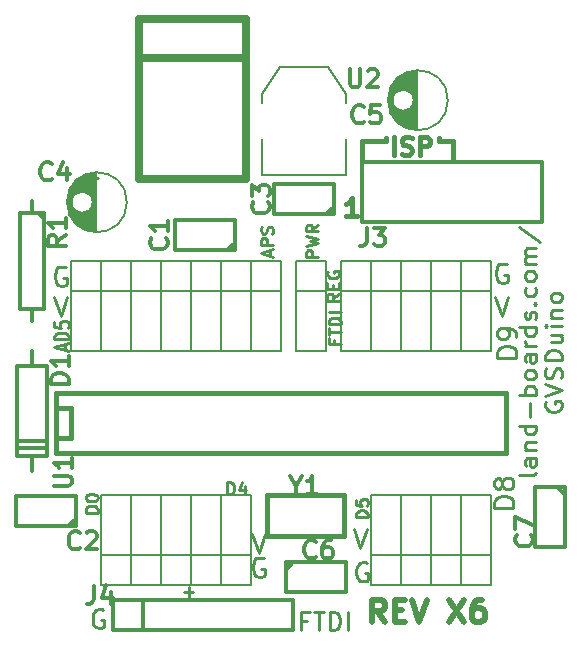
<source format=gto>
G04 #@! TF.FileFunction,Legend,Top*
%FSLAX46Y46*%
G04 Gerber Fmt 4.6, Leading zero omitted, Abs format (unit mm)*
G04 Created by KiCad (PCBNEW (after 2015-mar-04 BZR unknown)-product) date 10/19/2015 1:10:15 PM*
%MOMM*%
G01*
G04 APERTURE LIST*
%ADD10C,0.150000*%
%ADD11C,0.254000*%
%ADD12C,0.381000*%
%ADD13C,0.476250*%
%ADD14C,0.203200*%
%ADD15C,0.304800*%
%ADD16C,0.152400*%
%ADD17C,0.650000*%
G04 APERTURE END LIST*
D10*
D11*
X21157667Y-40121881D02*
X21708000Y-41772881D01*
X22258334Y-40121881D01*
X22140405Y-42232500D02*
X21983167Y-42153881D01*
X21747310Y-42153881D01*
X21511452Y-42232500D01*
X21354214Y-42389738D01*
X21275595Y-42546976D01*
X21196976Y-42861452D01*
X21196976Y-43097310D01*
X21275595Y-43411786D01*
X21354214Y-43569024D01*
X21511452Y-43726262D01*
X21747310Y-43804881D01*
X21904548Y-43804881D01*
X22140405Y-43726262D01*
X22219024Y-43647643D01*
X22219024Y-43097310D01*
X21904548Y-43097310D01*
X4393667Y-20055881D02*
X4944000Y-21706881D01*
X5494334Y-20055881D01*
X5376405Y-17594500D02*
X5219167Y-17515881D01*
X4983310Y-17515881D01*
X4747452Y-17594500D01*
X4590214Y-17751738D01*
X4511595Y-17908976D01*
X4432976Y-18223452D01*
X4432976Y-18459310D01*
X4511595Y-18773786D01*
X4590214Y-18931024D01*
X4747452Y-19088262D01*
X4983310Y-19166881D01*
X5140548Y-19166881D01*
X5376405Y-19088262D01*
X5455024Y-19009643D01*
X5455024Y-18459310D01*
X5140548Y-18459310D01*
X41731667Y-20055881D02*
X42282000Y-21706881D01*
X42832334Y-20055881D01*
X42714405Y-17340500D02*
X42557167Y-17261881D01*
X42321310Y-17261881D01*
X42085452Y-17340500D01*
X41928214Y-17497738D01*
X41849595Y-17654976D01*
X41770976Y-17969452D01*
X41770976Y-18205310D01*
X41849595Y-18519786D01*
X41928214Y-18677024D01*
X42085452Y-18834262D01*
X42321310Y-18912881D01*
X42478548Y-18912881D01*
X42714405Y-18834262D01*
X42793024Y-18755643D01*
X42793024Y-18205310D01*
X42478548Y-18205310D01*
X26748619Y-16721666D02*
X25732619Y-16721666D01*
X25732619Y-16334619D01*
X25781000Y-16237857D01*
X25829381Y-16189476D01*
X25926143Y-16141095D01*
X26071286Y-16141095D01*
X26168048Y-16189476D01*
X26216429Y-16237857D01*
X26264810Y-16334619D01*
X26264810Y-16721666D01*
X25732619Y-15802428D02*
X26748619Y-15560523D01*
X26022905Y-15367000D01*
X26748619Y-15173476D01*
X25732619Y-14931571D01*
X26748619Y-13963952D02*
X26264810Y-14302618D01*
X26748619Y-14544523D02*
X25732619Y-14544523D01*
X25732619Y-14157476D01*
X25781000Y-14060714D01*
X25829381Y-14012333D01*
X25926143Y-13963952D01*
X26071286Y-13963952D01*
X26168048Y-14012333D01*
X26216429Y-14060714D01*
X26264810Y-14157476D01*
X26264810Y-14544523D01*
D12*
X30017429Y-13267429D02*
X29146572Y-13267429D01*
X29582000Y-13267429D02*
X29582000Y-11743429D01*
X29436857Y-11961143D01*
X29291715Y-12106286D01*
X29146572Y-12178857D01*
X32503000Y-6736000D02*
X32503000Y-6672500D01*
X36948000Y-6926500D02*
X36948000Y-6609000D01*
X38154500Y-6926500D02*
X36948000Y-6926500D01*
X38154500Y-8577500D02*
X38154500Y-6926500D01*
X32503000Y-6926500D02*
X32503000Y-6799500D01*
X30471000Y-6926500D02*
X32503000Y-6926500D01*
X30471000Y-8577500D02*
X30471000Y-6926500D01*
D11*
X22639333Y-16605714D02*
X22639333Y-16121905D01*
X22929619Y-16702476D02*
X21913619Y-16363809D01*
X22929619Y-16025143D01*
X22929619Y-15686476D02*
X21913619Y-15686476D01*
X21913619Y-15299429D01*
X21962000Y-15202667D01*
X22010381Y-15154286D01*
X22107143Y-15105905D01*
X22252286Y-15105905D01*
X22349048Y-15154286D01*
X22397429Y-15202667D01*
X22445810Y-15299429D01*
X22445810Y-15686476D01*
X22881238Y-14718857D02*
X22929619Y-14573714D01*
X22929619Y-14331810D01*
X22881238Y-14235048D01*
X22832857Y-14186667D01*
X22736095Y-14138286D01*
X22639333Y-14138286D01*
X22542571Y-14186667D01*
X22494190Y-14235048D01*
X22445810Y-14331810D01*
X22397429Y-14525333D01*
X22349048Y-14622095D01*
X22300667Y-14670476D01*
X22203905Y-14718857D01*
X22107143Y-14718857D01*
X22010381Y-14670476D01*
X21962000Y-14622095D01*
X21913619Y-14525333D01*
X21913619Y-14283429D01*
X21962000Y-14138286D01*
D13*
X32405029Y-47628186D02*
X31770029Y-46721043D01*
X31316457Y-47628186D02*
X31316457Y-45723186D01*
X32042172Y-45723186D01*
X32223600Y-45813900D01*
X32314315Y-45904614D01*
X32405029Y-46086043D01*
X32405029Y-46358186D01*
X32314315Y-46539614D01*
X32223600Y-46630329D01*
X32042172Y-46721043D01*
X31316457Y-46721043D01*
X33221457Y-46630329D02*
X33856457Y-46630329D01*
X34128600Y-47628186D02*
X33221457Y-47628186D01*
X33221457Y-45723186D01*
X34128600Y-45723186D01*
X34672886Y-45723186D02*
X35307886Y-47628186D01*
X35942886Y-45723186D01*
X37847886Y-45723186D02*
X39117886Y-47628186D01*
X39117886Y-45723186D02*
X37847886Y-47628186D01*
X40660029Y-45723186D02*
X40297172Y-45723186D01*
X40115743Y-45813900D01*
X40025029Y-45904614D01*
X39843600Y-46176757D01*
X39752886Y-46539614D01*
X39752886Y-47265329D01*
X39843600Y-47446757D01*
X39934315Y-47537471D01*
X40115743Y-47628186D01*
X40478600Y-47628186D01*
X40660029Y-47537471D01*
X40750743Y-47446757D01*
X40841458Y-47265329D01*
X40841458Y-46811757D01*
X40750743Y-46630329D01*
X40660029Y-46539614D01*
X40478600Y-46448900D01*
X40115743Y-46448900D01*
X39934315Y-46539614D01*
X39843600Y-46630329D01*
X39752886Y-46811757D01*
D12*
X33174286Y-8060429D02*
X33174286Y-6536429D01*
X33827429Y-7987857D02*
X34045143Y-8060429D01*
X34408000Y-8060429D01*
X34553143Y-7987857D01*
X34625714Y-7915286D01*
X34698286Y-7770143D01*
X34698286Y-7625000D01*
X34625714Y-7479857D01*
X34553143Y-7407286D01*
X34408000Y-7334714D01*
X34117714Y-7262143D01*
X33972572Y-7189571D01*
X33900000Y-7117000D01*
X33827429Y-6971857D01*
X33827429Y-6826714D01*
X33900000Y-6681571D01*
X33972572Y-6609000D01*
X34117714Y-6536429D01*
X34480572Y-6536429D01*
X34698286Y-6609000D01*
X35351429Y-8060429D02*
X35351429Y-6536429D01*
X35932001Y-6536429D01*
X36077143Y-6609000D01*
X36149715Y-6681571D01*
X36222286Y-6826714D01*
X36222286Y-7044429D01*
X36149715Y-7189571D01*
X36077143Y-7262143D01*
X35932001Y-7334714D01*
X35351429Y-7334714D01*
D11*
X7350953Y-9983571D02*
X8125048Y-9983571D01*
X7738000Y-10370619D02*
X7738000Y-9596524D01*
X29749667Y-39695881D02*
X30300000Y-41346881D01*
X30850334Y-39695881D01*
X43282881Y-37926595D02*
X41631881Y-37926595D01*
X41631881Y-37533500D01*
X41710500Y-37297642D01*
X41867738Y-37140404D01*
X42024976Y-37061785D01*
X42339452Y-36983166D01*
X42575310Y-36983166D01*
X42889786Y-37061785D01*
X43047024Y-37140404D01*
X43204262Y-37297642D01*
X43282881Y-37533500D01*
X43282881Y-37926595D01*
X42339452Y-36039738D02*
X42260833Y-36196976D01*
X42182214Y-36275595D01*
X42024976Y-36354214D01*
X41946357Y-36354214D01*
X41789119Y-36275595D01*
X41710500Y-36196976D01*
X41631881Y-36039738D01*
X41631881Y-35725261D01*
X41710500Y-35568023D01*
X41789119Y-35489404D01*
X41946357Y-35410785D01*
X42024976Y-35410785D01*
X42182214Y-35489404D01*
X42260833Y-35568023D01*
X42339452Y-35725261D01*
X42339452Y-36039738D01*
X42418071Y-36196976D01*
X42496690Y-36275595D01*
X42653929Y-36354214D01*
X42968405Y-36354214D01*
X43125643Y-36275595D01*
X43204262Y-36196976D01*
X43282881Y-36039738D01*
X43282881Y-35725261D01*
X43204262Y-35568023D01*
X43125643Y-35489404D01*
X42968405Y-35410785D01*
X42653929Y-35410785D01*
X42496690Y-35489404D01*
X42418071Y-35568023D01*
X42339452Y-35725261D01*
X45174576Y-34966285D02*
X45108052Y-35111427D01*
X44975005Y-35183999D01*
X43777576Y-35183999D01*
X45174576Y-33732570D02*
X44442814Y-33732570D01*
X44309767Y-33805141D01*
X44243243Y-33950284D01*
X44243243Y-34240570D01*
X44309767Y-34385713D01*
X45108052Y-33732570D02*
X45174576Y-33877713D01*
X45174576Y-34240570D01*
X45108052Y-34385713D01*
X44975005Y-34458284D01*
X44841957Y-34458284D01*
X44708910Y-34385713D01*
X44642386Y-34240570D01*
X44642386Y-33877713D01*
X44575862Y-33732570D01*
X44243243Y-33006856D02*
X45174576Y-33006856D01*
X44376290Y-33006856D02*
X44309767Y-32934284D01*
X44243243Y-32789142D01*
X44243243Y-32571427D01*
X44309767Y-32426284D01*
X44442814Y-32353713D01*
X45174576Y-32353713D01*
X45174576Y-30974856D02*
X43777576Y-30974856D01*
X45108052Y-30974856D02*
X45174576Y-31119999D01*
X45174576Y-31410285D01*
X45108052Y-31555427D01*
X45041529Y-31627999D01*
X44908481Y-31700570D01*
X44509338Y-31700570D01*
X44376290Y-31627999D01*
X44309767Y-31555427D01*
X44243243Y-31410285D01*
X44243243Y-31119999D01*
X44309767Y-30974856D01*
X44642386Y-30249142D02*
X44642386Y-29087999D01*
X45174576Y-28362285D02*
X43777576Y-28362285D01*
X44309767Y-28362285D02*
X44243243Y-28217142D01*
X44243243Y-27926856D01*
X44309767Y-27781713D01*
X44376290Y-27709142D01*
X44509338Y-27636571D01*
X44908481Y-27636571D01*
X45041529Y-27709142D01*
X45108052Y-27781713D01*
X45174576Y-27926856D01*
X45174576Y-28217142D01*
X45108052Y-28362285D01*
X45174576Y-26765714D02*
X45108052Y-26910856D01*
X45041529Y-26983428D01*
X44908481Y-27055999D01*
X44509338Y-27055999D01*
X44376290Y-26983428D01*
X44309767Y-26910856D01*
X44243243Y-26765714D01*
X44243243Y-26547999D01*
X44309767Y-26402856D01*
X44376290Y-26330285D01*
X44509338Y-26257714D01*
X44908481Y-26257714D01*
X45041529Y-26330285D01*
X45108052Y-26402856D01*
X45174576Y-26547999D01*
X45174576Y-26765714D01*
X45174576Y-24951428D02*
X44442814Y-24951428D01*
X44309767Y-25023999D01*
X44243243Y-25169142D01*
X44243243Y-25459428D01*
X44309767Y-25604571D01*
X45108052Y-24951428D02*
X45174576Y-25096571D01*
X45174576Y-25459428D01*
X45108052Y-25604571D01*
X44975005Y-25677142D01*
X44841957Y-25677142D01*
X44708910Y-25604571D01*
X44642386Y-25459428D01*
X44642386Y-25096571D01*
X44575862Y-24951428D01*
X45174576Y-24225714D02*
X44243243Y-24225714D01*
X44509338Y-24225714D02*
X44376290Y-24153142D01*
X44309767Y-24080571D01*
X44243243Y-23935428D01*
X44243243Y-23790285D01*
X45174576Y-22629142D02*
X43777576Y-22629142D01*
X45108052Y-22629142D02*
X45174576Y-22774285D01*
X45174576Y-23064571D01*
X45108052Y-23209713D01*
X45041529Y-23282285D01*
X44908481Y-23354856D01*
X44509338Y-23354856D01*
X44376290Y-23282285D01*
X44309767Y-23209713D01*
X44243243Y-23064571D01*
X44243243Y-22774285D01*
X44309767Y-22629142D01*
X45108052Y-21975999D02*
X45174576Y-21830856D01*
X45174576Y-21540571D01*
X45108052Y-21395428D01*
X44975005Y-21322856D01*
X44908481Y-21322856D01*
X44775433Y-21395428D01*
X44708910Y-21540571D01*
X44708910Y-21758285D01*
X44642386Y-21903428D01*
X44509338Y-21975999D01*
X44442814Y-21975999D01*
X44309767Y-21903428D01*
X44243243Y-21758285D01*
X44243243Y-21540571D01*
X44309767Y-21395428D01*
X45041529Y-20669714D02*
X45108052Y-20597142D01*
X45174576Y-20669714D01*
X45108052Y-20742285D01*
X45041529Y-20669714D01*
X45174576Y-20669714D01*
X45108052Y-19290857D02*
X45174576Y-19436000D01*
X45174576Y-19726286D01*
X45108052Y-19871428D01*
X45041529Y-19944000D01*
X44908481Y-20016571D01*
X44509338Y-20016571D01*
X44376290Y-19944000D01*
X44309767Y-19871428D01*
X44243243Y-19726286D01*
X44243243Y-19436000D01*
X44309767Y-19290857D01*
X45174576Y-18420000D02*
X45108052Y-18565142D01*
X45041529Y-18637714D01*
X44908481Y-18710285D01*
X44509338Y-18710285D01*
X44376290Y-18637714D01*
X44309767Y-18565142D01*
X44243243Y-18420000D01*
X44243243Y-18202285D01*
X44309767Y-18057142D01*
X44376290Y-17984571D01*
X44509338Y-17912000D01*
X44908481Y-17912000D01*
X45041529Y-17984571D01*
X45108052Y-18057142D01*
X45174576Y-18202285D01*
X45174576Y-18420000D01*
X45174576Y-17258857D02*
X44243243Y-17258857D01*
X44376290Y-17258857D02*
X44309767Y-17186285D01*
X44243243Y-17041143D01*
X44243243Y-16823428D01*
X44309767Y-16678285D01*
X44442814Y-16605714D01*
X45174576Y-16605714D01*
X44442814Y-16605714D02*
X44309767Y-16533143D01*
X44243243Y-16388000D01*
X44243243Y-16170285D01*
X44309767Y-16025143D01*
X44442814Y-15952571D01*
X45174576Y-15952571D01*
X43711052Y-14138285D02*
X45507195Y-15444571D01*
X46053900Y-28942857D02*
X45987376Y-29088000D01*
X45987376Y-29305714D01*
X46053900Y-29523429D01*
X46186948Y-29668571D01*
X46319995Y-29741143D01*
X46586090Y-29813714D01*
X46785662Y-29813714D01*
X47051757Y-29741143D01*
X47184805Y-29668571D01*
X47317852Y-29523429D01*
X47384376Y-29305714D01*
X47384376Y-29160571D01*
X47317852Y-28942857D01*
X47251329Y-28870286D01*
X46785662Y-28870286D01*
X46785662Y-29160571D01*
X45987376Y-28434857D02*
X47384376Y-27926857D01*
X45987376Y-27418857D01*
X47317852Y-26983428D02*
X47384376Y-26765714D01*
X47384376Y-26402857D01*
X47317852Y-26257714D01*
X47251329Y-26185143D01*
X47118281Y-26112571D01*
X46985233Y-26112571D01*
X46852186Y-26185143D01*
X46785662Y-26257714D01*
X46719138Y-26402857D01*
X46652614Y-26693143D01*
X46586090Y-26838285D01*
X46519567Y-26910857D01*
X46386519Y-26983428D01*
X46253471Y-26983428D01*
X46120424Y-26910857D01*
X46053900Y-26838285D01*
X45987376Y-26693143D01*
X45987376Y-26330285D01*
X46053900Y-26112571D01*
X47384376Y-25459428D02*
X45987376Y-25459428D01*
X45987376Y-25096571D01*
X46053900Y-24878856D01*
X46186948Y-24733714D01*
X46319995Y-24661142D01*
X46586090Y-24588571D01*
X46785662Y-24588571D01*
X47051757Y-24661142D01*
X47184805Y-24733714D01*
X47317852Y-24878856D01*
X47384376Y-25096571D01*
X47384376Y-25459428D01*
X46453043Y-23282285D02*
X47384376Y-23282285D01*
X46453043Y-23935428D02*
X47184805Y-23935428D01*
X47317852Y-23862856D01*
X47384376Y-23717714D01*
X47384376Y-23499999D01*
X47317852Y-23354856D01*
X47251329Y-23282285D01*
X47384376Y-22556571D02*
X46453043Y-22556571D01*
X45987376Y-22556571D02*
X46053900Y-22629142D01*
X46120424Y-22556571D01*
X46053900Y-22483999D01*
X45987376Y-22556571D01*
X46120424Y-22556571D01*
X46453043Y-21830857D02*
X47384376Y-21830857D01*
X46586090Y-21830857D02*
X46519567Y-21758285D01*
X46453043Y-21613143D01*
X46453043Y-21395428D01*
X46519567Y-21250285D01*
X46652614Y-21177714D01*
X47384376Y-21177714D01*
X47384376Y-20234286D02*
X47317852Y-20379428D01*
X47251329Y-20452000D01*
X47118281Y-20524571D01*
X46719138Y-20524571D01*
X46586090Y-20452000D01*
X46519567Y-20379428D01*
X46453043Y-20234286D01*
X46453043Y-20016571D01*
X46519567Y-19871428D01*
X46586090Y-19798857D01*
X46719138Y-19726286D01*
X47118281Y-19726286D01*
X47251329Y-19798857D01*
X47317852Y-19871428D01*
X47384376Y-20016571D01*
X47384376Y-20234286D01*
X28121429Y-23724810D02*
X28121429Y-24063476D01*
X28653619Y-24063476D02*
X27637619Y-24063476D01*
X27637619Y-23579667D01*
X27637619Y-23337762D02*
X27637619Y-22757191D01*
X28653619Y-23047476D02*
X27637619Y-23047476D01*
X28653619Y-22418524D02*
X27637619Y-22418524D01*
X27637619Y-22176619D01*
X27686000Y-22031477D01*
X27782762Y-21934715D01*
X27879524Y-21886334D01*
X28073048Y-21837953D01*
X28218190Y-21837953D01*
X28411714Y-21886334D01*
X28508476Y-21934715D01*
X28605238Y-22031477D01*
X28653619Y-22176619D01*
X28653619Y-22418524D01*
X28653619Y-21402524D02*
X27637619Y-21402524D01*
X28526619Y-19830143D02*
X28042810Y-20168809D01*
X28526619Y-20410714D02*
X27510619Y-20410714D01*
X27510619Y-20023667D01*
X27559000Y-19926905D01*
X27607381Y-19878524D01*
X27704143Y-19830143D01*
X27849286Y-19830143D01*
X27946048Y-19878524D01*
X27994429Y-19926905D01*
X28042810Y-20023667D01*
X28042810Y-20410714D01*
X27994429Y-19394714D02*
X27994429Y-19056048D01*
X28526619Y-18910905D02*
X28526619Y-19394714D01*
X27510619Y-19394714D01*
X27510619Y-18910905D01*
X27559000Y-17943286D02*
X27510619Y-18040048D01*
X27510619Y-18185191D01*
X27559000Y-18330333D01*
X27655762Y-18427095D01*
X27752524Y-18475476D01*
X27946048Y-18523857D01*
X28091190Y-18523857D01*
X28284714Y-18475476D01*
X28381476Y-18427095D01*
X28478238Y-18330333D01*
X28526619Y-18185191D01*
X28526619Y-18088429D01*
X28478238Y-17943286D01*
X28429857Y-17894905D01*
X28091190Y-17894905D01*
X28091190Y-18088429D01*
X19062096Y-36781619D02*
X19062096Y-35765619D01*
X19304001Y-35765619D01*
X19449143Y-35814000D01*
X19545905Y-35910762D01*
X19594286Y-36007524D01*
X19642667Y-36201048D01*
X19642667Y-36346190D01*
X19594286Y-36539714D01*
X19545905Y-36636476D01*
X19449143Y-36733238D01*
X19304001Y-36781619D01*
X19062096Y-36781619D01*
X20513524Y-36104286D02*
X20513524Y-36781619D01*
X20271620Y-35717238D02*
X20029715Y-36442952D01*
X20658667Y-36442952D01*
X8563448Y-46626800D02*
X8411067Y-46550610D01*
X8182495Y-46550610D01*
X7953924Y-46626800D01*
X7801543Y-46779181D01*
X7725352Y-46931562D01*
X7649162Y-47236324D01*
X7649162Y-47464895D01*
X7725352Y-47769657D01*
X7801543Y-47922038D01*
X7953924Y-48074419D01*
X8182495Y-48150610D01*
X8334876Y-48150610D01*
X8563448Y-48074419D01*
X8639638Y-47998229D01*
X8639638Y-47464895D01*
X8334876Y-47464895D01*
X30959619Y-38749904D02*
X29943619Y-38749904D01*
X29943619Y-38507999D01*
X29992000Y-38362857D01*
X30088762Y-38266095D01*
X30185524Y-38217714D01*
X30379048Y-38169333D01*
X30524190Y-38169333D01*
X30717714Y-38217714D01*
X30814476Y-38266095D01*
X30911238Y-38362857D01*
X30959619Y-38507999D01*
X30959619Y-38749904D01*
X29943619Y-37250095D02*
X29943619Y-37733904D01*
X30427429Y-37782285D01*
X30379048Y-37733904D01*
X30330667Y-37637142D01*
X30330667Y-37395238D01*
X30379048Y-37298476D01*
X30427429Y-37250095D01*
X30524190Y-37201714D01*
X30766095Y-37201714D01*
X30862857Y-37250095D01*
X30911238Y-37298476D01*
X30959619Y-37395238D01*
X30959619Y-37637142D01*
X30911238Y-37733904D01*
X30862857Y-37782285D01*
X15412953Y-45072571D02*
X16187048Y-45072571D01*
X15800000Y-45459619D02*
X15800000Y-44685524D01*
X30912405Y-42608500D02*
X30755167Y-42529881D01*
X30519310Y-42529881D01*
X30283452Y-42608500D01*
X30126214Y-42765738D01*
X30047595Y-42922976D01*
X29968976Y-43237452D01*
X29968976Y-43473310D01*
X30047595Y-43787786D01*
X30126214Y-43945024D01*
X30283452Y-44102262D01*
X30519310Y-44180881D01*
X30676548Y-44180881D01*
X30912405Y-44102262D01*
X30991024Y-44023643D01*
X30991024Y-43473310D01*
X30676548Y-43473310D01*
X8079619Y-38341904D02*
X7063619Y-38341904D01*
X7063619Y-38099999D01*
X7112000Y-37954857D01*
X7208762Y-37858095D01*
X7305524Y-37809714D01*
X7499048Y-37761333D01*
X7644190Y-37761333D01*
X7837714Y-37809714D01*
X7934476Y-37858095D01*
X8031238Y-37954857D01*
X8079619Y-38099999D01*
X8079619Y-38341904D01*
X7063619Y-37132380D02*
X7063619Y-37035619D01*
X7112000Y-36938857D01*
X7160381Y-36890476D01*
X7257143Y-36842095D01*
X7450667Y-36793714D01*
X7692571Y-36793714D01*
X7886095Y-36842095D01*
X7982857Y-36890476D01*
X8031238Y-36938857D01*
X8079619Y-37035619D01*
X8079619Y-37132380D01*
X8031238Y-37229142D01*
X7982857Y-37277523D01*
X7886095Y-37325904D01*
X7692571Y-37374285D01*
X7450667Y-37374285D01*
X7257143Y-37325904D01*
X7160381Y-37277523D01*
X7112000Y-37229142D01*
X7063619Y-37132380D01*
X43536881Y-25226595D02*
X41885881Y-25226595D01*
X41885881Y-24833500D01*
X41964500Y-24597642D01*
X42121738Y-24440404D01*
X42278976Y-24361785D01*
X42593452Y-24283166D01*
X42829310Y-24283166D01*
X43143786Y-24361785D01*
X43301024Y-24440404D01*
X43458262Y-24597642D01*
X43536881Y-24833500D01*
X43536881Y-25226595D01*
X43536881Y-23496976D02*
X43536881Y-23182500D01*
X43458262Y-23025261D01*
X43379643Y-22946642D01*
X43143786Y-22789404D01*
X42829310Y-22710785D01*
X42200357Y-22710785D01*
X42043119Y-22789404D01*
X41964500Y-22868023D01*
X41885881Y-23025261D01*
X41885881Y-23339738D01*
X41964500Y-23496976D01*
X42043119Y-23575595D01*
X42200357Y-23654214D01*
X42593452Y-23654214D01*
X42750690Y-23575595D01*
X42829310Y-23496976D01*
X42907929Y-23339738D01*
X42907929Y-23025261D01*
X42829310Y-22868023D01*
X42750690Y-22789404D01*
X42593452Y-22710785D01*
X5291667Y-24601714D02*
X5291667Y-24117905D01*
X5654524Y-24698476D02*
X4384524Y-24359809D01*
X5654524Y-24021143D01*
X5654524Y-23682476D02*
X4384524Y-23682476D01*
X4384524Y-23440571D01*
X4445000Y-23295429D01*
X4565952Y-23198667D01*
X4686905Y-23150286D01*
X4928810Y-23101905D01*
X5110238Y-23101905D01*
X5352143Y-23150286D01*
X5473095Y-23198667D01*
X5594048Y-23295429D01*
X5654524Y-23440571D01*
X5654524Y-23682476D01*
X4384524Y-22182667D02*
X4384524Y-22666476D01*
X4989286Y-22714857D01*
X4928810Y-22666476D01*
X4868333Y-22569714D01*
X4868333Y-22327810D01*
X4928810Y-22231048D01*
X4989286Y-22182667D01*
X5110238Y-22134286D01*
X5412619Y-22134286D01*
X5533571Y-22182667D01*
X5594048Y-22231048D01*
X5654524Y-22327810D01*
X5654524Y-22569714D01*
X5594048Y-22666476D01*
X5533571Y-22714857D01*
X25831715Y-47497457D02*
X25331715Y-47497457D01*
X25331715Y-48283171D02*
X25331715Y-46783171D01*
X26046001Y-46783171D01*
X26403143Y-46783171D02*
X27260286Y-46783171D01*
X26831715Y-48283171D02*
X26831715Y-46783171D01*
X27760286Y-48283171D02*
X27760286Y-46783171D01*
X28117429Y-46783171D01*
X28331714Y-46854600D01*
X28474572Y-46997457D01*
X28546000Y-47140314D01*
X28617429Y-47426029D01*
X28617429Y-47640314D01*
X28546000Y-47926029D01*
X28474572Y-48068886D01*
X28331714Y-48211743D01*
X28117429Y-48283171D01*
X27760286Y-48283171D01*
X29260286Y-48283171D02*
X29260286Y-46783171D01*
D14*
X21962000Y-6736000D02*
X21962000Y-9784000D01*
X21962000Y-9784000D02*
X29074000Y-9784000D01*
X29074000Y-9784000D02*
X29074000Y-6736000D01*
X21962000Y-3688000D02*
X21962000Y-2926000D01*
X21962000Y-2926000D02*
X23486000Y-640000D01*
X23486000Y-640000D02*
X27550000Y-640000D01*
X27550000Y-640000D02*
X29074000Y-2926000D01*
X29074000Y-2926000D02*
X29074000Y-3688000D01*
D15*
X28007200Y-13086000D02*
X22978000Y-13086000D01*
X22978000Y-13086000D02*
X22978000Y-10546000D01*
X22978000Y-10546000D02*
X28058000Y-10546000D01*
X28058000Y-10546000D02*
X28058000Y-13086000D01*
X28058000Y-12451000D02*
X27423000Y-13086000D01*
X6163200Y-39502000D02*
X1134000Y-39502000D01*
X1134000Y-39502000D02*
X1134000Y-36962000D01*
X1134000Y-36962000D02*
X6214000Y-36962000D01*
X6214000Y-36962000D02*
X6214000Y-39502000D01*
X6214000Y-38867000D02*
X5579000Y-39502000D01*
X19625200Y-16134000D02*
X14596000Y-16134000D01*
X14596000Y-16134000D02*
X14596000Y-13594000D01*
X14596000Y-13594000D02*
X19676000Y-13594000D01*
X19676000Y-13594000D02*
X19676000Y-16134000D01*
X19676000Y-15499000D02*
X19041000Y-16134000D01*
D12*
X4572000Y-28194000D02*
X42672000Y-28194000D01*
X42672000Y-28194000D02*
X42672000Y-33274000D01*
X42672000Y-33274000D02*
X4572000Y-33274000D01*
X4572000Y-33274000D02*
X4572000Y-28194000D01*
X4572000Y-29464000D02*
X5842000Y-29464000D01*
X5842000Y-29464000D02*
X5842000Y-32004000D01*
X5842000Y-32004000D02*
X4572000Y-32004000D01*
D15*
X9380000Y-48270000D02*
X9380000Y-45730000D01*
X9380000Y-45730000D02*
X24620000Y-45730000D01*
X24620000Y-45730000D02*
X24620000Y-48270000D01*
X24620000Y-48270000D02*
X9380000Y-48270000D01*
X11920000Y-48270000D02*
X11920000Y-45730000D01*
D16*
X21082000Y-44450000D02*
X18542000Y-44450000D01*
X18542000Y-44450000D02*
X18542000Y-36830000D01*
X18542000Y-36830000D02*
X21082000Y-36830000D01*
X21082000Y-36830000D02*
X21082000Y-44450000D01*
X18542000Y-41910000D02*
X21082000Y-41910000D01*
X28702000Y-17018000D02*
X31242000Y-17018000D01*
X31242000Y-17018000D02*
X31242000Y-24638000D01*
X31242000Y-24638000D02*
X28702000Y-24638000D01*
X28702000Y-24638000D02*
X28702000Y-17018000D01*
X31242000Y-19558000D02*
X28702000Y-19558000D01*
X31242000Y-17018000D02*
X33782000Y-17018000D01*
X33782000Y-17018000D02*
X33782000Y-24638000D01*
X33782000Y-24638000D02*
X31242000Y-24638000D01*
X31242000Y-24638000D02*
X31242000Y-17018000D01*
X33782000Y-19558000D02*
X31242000Y-19558000D01*
X33782000Y-17018000D02*
X36322000Y-17018000D01*
X36322000Y-17018000D02*
X36322000Y-24638000D01*
X36322000Y-24638000D02*
X33782000Y-24638000D01*
X33782000Y-24638000D02*
X33782000Y-17018000D01*
X36322000Y-19558000D02*
X33782000Y-19558000D01*
X36322000Y-17018000D02*
X38862000Y-17018000D01*
X38862000Y-17018000D02*
X38862000Y-24638000D01*
X38862000Y-24638000D02*
X36322000Y-24638000D01*
X36322000Y-24638000D02*
X36322000Y-17018000D01*
X38862000Y-19558000D02*
X36322000Y-19558000D01*
X38862000Y-17018000D02*
X41402000Y-17018000D01*
X41402000Y-17018000D02*
X41402000Y-24638000D01*
X41402000Y-24638000D02*
X38862000Y-24638000D01*
X38862000Y-24638000D02*
X38862000Y-17018000D01*
X41402000Y-19558000D02*
X38862000Y-19558000D01*
X41402000Y-44450000D02*
X38862000Y-44450000D01*
X38862000Y-44450000D02*
X38862000Y-36830000D01*
X38862000Y-36830000D02*
X41402000Y-36830000D01*
X41402000Y-36830000D02*
X41402000Y-44450000D01*
X38862000Y-41910000D02*
X41402000Y-41910000D01*
X38862000Y-44450000D02*
X36322000Y-44450000D01*
X36322000Y-44450000D02*
X36322000Y-36830000D01*
X36322000Y-36830000D02*
X38862000Y-36830000D01*
X38862000Y-36830000D02*
X38862000Y-44450000D01*
X36322000Y-41910000D02*
X38862000Y-41910000D01*
X36322000Y-44450000D02*
X33782000Y-44450000D01*
X33782000Y-44450000D02*
X33782000Y-36830000D01*
X33782000Y-36830000D02*
X36322000Y-36830000D01*
X36322000Y-36830000D02*
X36322000Y-44450000D01*
X33782000Y-41910000D02*
X36322000Y-41910000D01*
X33782000Y-44450000D02*
X31242000Y-44450000D01*
X31242000Y-44450000D02*
X31242000Y-36830000D01*
X31242000Y-36830000D02*
X33782000Y-36830000D01*
X33782000Y-36830000D02*
X33782000Y-44450000D01*
X31242000Y-41910000D02*
X33782000Y-41910000D01*
X18542000Y-17018000D02*
X21082000Y-17018000D01*
X21082000Y-17018000D02*
X21082000Y-24638000D01*
X21082000Y-24638000D02*
X18542000Y-24638000D01*
X18542000Y-24638000D02*
X18542000Y-17018000D01*
X21082000Y-19558000D02*
X18542000Y-19558000D01*
X18542000Y-44450000D02*
X16002000Y-44450000D01*
X16002000Y-44450000D02*
X16002000Y-36830000D01*
X16002000Y-36830000D02*
X18542000Y-36830000D01*
X18542000Y-36830000D02*
X18542000Y-44450000D01*
X16002000Y-41910000D02*
X18542000Y-41910000D01*
X16002000Y-44450000D02*
X13462000Y-44450000D01*
X13462000Y-44450000D02*
X13462000Y-36830000D01*
X13462000Y-36830000D02*
X16002000Y-36830000D01*
X16002000Y-36830000D02*
X16002000Y-44450000D01*
X13462000Y-41910000D02*
X16002000Y-41910000D01*
X13462000Y-44450000D02*
X10922000Y-44450000D01*
X10922000Y-44450000D02*
X10922000Y-36830000D01*
X10922000Y-36830000D02*
X13462000Y-36830000D01*
X13462000Y-36830000D02*
X13462000Y-44450000D01*
X10922000Y-41910000D02*
X13462000Y-41910000D01*
X10922000Y-44450000D02*
X8382000Y-44450000D01*
X8382000Y-44450000D02*
X8382000Y-36830000D01*
X8382000Y-36830000D02*
X10922000Y-36830000D01*
X10922000Y-36830000D02*
X10922000Y-44450000D01*
X8382000Y-41910000D02*
X10922000Y-41910000D01*
X5842000Y-17018000D02*
X8382000Y-17018000D01*
X8382000Y-17018000D02*
X8382000Y-24638000D01*
X8382000Y-24638000D02*
X5842000Y-24638000D01*
X5842000Y-24638000D02*
X5842000Y-17018000D01*
X8382000Y-19558000D02*
X5842000Y-19558000D01*
X8382000Y-17018000D02*
X10922000Y-17018000D01*
X10922000Y-17018000D02*
X10922000Y-24638000D01*
X10922000Y-24638000D02*
X8382000Y-24638000D01*
X8382000Y-24638000D02*
X8382000Y-17018000D01*
X10922000Y-19558000D02*
X8382000Y-19558000D01*
X10922000Y-17018000D02*
X13462000Y-17018000D01*
X13462000Y-17018000D02*
X13462000Y-24638000D01*
X13462000Y-24638000D02*
X10922000Y-24638000D01*
X10922000Y-24638000D02*
X10922000Y-17018000D01*
X13462000Y-19558000D02*
X10922000Y-19558000D01*
X13462000Y-17018000D02*
X16002000Y-17018000D01*
X16002000Y-17018000D02*
X16002000Y-24638000D01*
X16002000Y-24638000D02*
X13462000Y-24638000D01*
X13462000Y-24638000D02*
X13462000Y-17018000D01*
X16002000Y-19558000D02*
X13462000Y-19558000D01*
X16002000Y-17018000D02*
X18542000Y-17018000D01*
X18542000Y-17018000D02*
X18542000Y-24638000D01*
X18542000Y-24638000D02*
X16002000Y-24638000D01*
X16002000Y-24638000D02*
X16002000Y-17018000D01*
X18542000Y-19558000D02*
X16002000Y-19558000D01*
D15*
X3810000Y-25908000D02*
X3810000Y-33528000D01*
X3810000Y-33528000D02*
X1270000Y-33528000D01*
X1270000Y-33528000D02*
X1270000Y-25908000D01*
X1270000Y-25908000D02*
X3810000Y-25908000D01*
X3810000Y-32893000D02*
X1270000Y-32893000D01*
X1270000Y-32258000D02*
X3810000Y-32258000D01*
X2540000Y-25908000D02*
X2540000Y-24638000D01*
X2540000Y-33528000D02*
X2540000Y-34798000D01*
X2540000Y-11938000D02*
X2540000Y-12954000D01*
X2540000Y-12954000D02*
X3556000Y-12954000D01*
X3556000Y-12954000D02*
X3556000Y-21082000D01*
X3556000Y-21082000D02*
X1524000Y-21082000D01*
X1524000Y-21082000D02*
X1524000Y-12954000D01*
X1524000Y-12954000D02*
X2540000Y-12954000D01*
X3048000Y-12954000D02*
X3556000Y-13462000D01*
X2540000Y-22098000D02*
X2540000Y-21082000D01*
D16*
X21082000Y-17018000D02*
X23622000Y-17018000D01*
X23622000Y-17018000D02*
X23622000Y-24638000D01*
X23622000Y-24638000D02*
X21082000Y-24638000D01*
X21082000Y-24638000D02*
X21082000Y-17018000D01*
X23622000Y-19558000D02*
X21082000Y-19558000D01*
X24892000Y-17018000D02*
X27432000Y-17018000D01*
X27432000Y-17018000D02*
X27432000Y-24638000D01*
X27432000Y-24638000D02*
X24892000Y-24638000D01*
X24892000Y-24638000D02*
X24892000Y-17018000D01*
X27432000Y-19558000D02*
X24892000Y-19558000D01*
D12*
X22402800Y-36857940D02*
X28905200Y-36857940D01*
X28905200Y-36857940D02*
X28905200Y-40358060D01*
X28905200Y-40358060D02*
X22402800Y-40358060D01*
X22402800Y-40358060D02*
X22402800Y-36857940D01*
D15*
X30480000Y-8636000D02*
X45720000Y-8636000D01*
X45720000Y-8636000D02*
X45720000Y-13716000D01*
X45720000Y-13716000D02*
X30480000Y-13716000D01*
X30480000Y-13716000D02*
X30480000Y-8636000D01*
X24044800Y-42550000D02*
X29074000Y-42550000D01*
X29074000Y-42550000D02*
X29074000Y-45090000D01*
X29074000Y-45090000D02*
X23994000Y-45090000D01*
X23994000Y-45090000D02*
X23994000Y-42550000D01*
X23994000Y-43185000D02*
X24629000Y-42550000D01*
X47616000Y-36250800D02*
X47616000Y-41280000D01*
X47616000Y-41280000D02*
X45076000Y-41280000D01*
X45076000Y-41280000D02*
X45076000Y-36200000D01*
X45076000Y-36200000D02*
X47616000Y-36200000D01*
X46981000Y-36200000D02*
X47616000Y-36835000D01*
D10*
X7937000Y-14569000D02*
X7937000Y-9571000D01*
X7797000Y-14561000D02*
X7797000Y-9579000D01*
X7657000Y-14545000D02*
X7657000Y-12165000D01*
X7657000Y-11975000D02*
X7657000Y-9595000D01*
X7517000Y-14521000D02*
X7517000Y-12560000D01*
X7517000Y-11580000D02*
X7517000Y-9619000D01*
X7377000Y-14488000D02*
X7377000Y-12727000D01*
X7377000Y-11413000D02*
X7377000Y-9652000D01*
X7237000Y-14447000D02*
X7237000Y-12834000D01*
X7237000Y-11306000D02*
X7237000Y-9693000D01*
X7097000Y-14397000D02*
X7097000Y-12905000D01*
X7097000Y-11235000D02*
X7097000Y-9743000D01*
X6957000Y-14336000D02*
X6957000Y-12949000D01*
X6957000Y-11191000D02*
X6957000Y-9804000D01*
X6817000Y-14266000D02*
X6817000Y-12968000D01*
X6817000Y-11172000D02*
X6817000Y-9874000D01*
X6677000Y-14184000D02*
X6677000Y-12966000D01*
X6677000Y-11174000D02*
X6677000Y-9956000D01*
X6537000Y-14089000D02*
X6537000Y-12941000D01*
X6537000Y-11199000D02*
X6537000Y-10051000D01*
X6397000Y-13978000D02*
X6397000Y-12893000D01*
X6397000Y-11247000D02*
X6397000Y-10162000D01*
X6257000Y-13850000D02*
X6257000Y-12815000D01*
X6257000Y-11325000D02*
X6257000Y-10290000D01*
X6117000Y-13701000D02*
X6117000Y-12698000D01*
X6117000Y-11442000D02*
X6117000Y-10439000D01*
X5977000Y-13522000D02*
X5977000Y-12510000D01*
X5977000Y-11630000D02*
X5977000Y-10618000D01*
X5837000Y-13303000D02*
X5837000Y-10837000D01*
X5697000Y-13014000D02*
X5697000Y-11126000D01*
X5557000Y-12542000D02*
X5557000Y-11598000D01*
X7662000Y-12070000D02*
G75*
G03X7662000Y-12070000I-900000J0D01*
G01*
X10549500Y-12070000D02*
G75*
G03X10549500Y-12070000I-2537500J0D01*
G01*
X35115000Y-5933000D02*
X35115000Y-935000D01*
X34975000Y-5925000D02*
X34975000Y-943000D01*
X34835000Y-5909000D02*
X34835000Y-3529000D01*
X34835000Y-3339000D02*
X34835000Y-959000D01*
X34695000Y-5885000D02*
X34695000Y-3924000D01*
X34695000Y-2944000D02*
X34695000Y-983000D01*
X34555000Y-5852000D02*
X34555000Y-4091000D01*
X34555000Y-2777000D02*
X34555000Y-1016000D01*
X34415000Y-5811000D02*
X34415000Y-4198000D01*
X34415000Y-2670000D02*
X34415000Y-1057000D01*
X34275000Y-5761000D02*
X34275000Y-4269000D01*
X34275000Y-2599000D02*
X34275000Y-1107000D01*
X34135000Y-5700000D02*
X34135000Y-4313000D01*
X34135000Y-2555000D02*
X34135000Y-1168000D01*
X33995000Y-5630000D02*
X33995000Y-4332000D01*
X33995000Y-2536000D02*
X33995000Y-1238000D01*
X33855000Y-5548000D02*
X33855000Y-4330000D01*
X33855000Y-2538000D02*
X33855000Y-1320000D01*
X33715000Y-5453000D02*
X33715000Y-4305000D01*
X33715000Y-2563000D02*
X33715000Y-1415000D01*
X33575000Y-5342000D02*
X33575000Y-4257000D01*
X33575000Y-2611000D02*
X33575000Y-1526000D01*
X33435000Y-5214000D02*
X33435000Y-4179000D01*
X33435000Y-2689000D02*
X33435000Y-1654000D01*
X33295000Y-5065000D02*
X33295000Y-4062000D01*
X33295000Y-2806000D02*
X33295000Y-1803000D01*
X33155000Y-4886000D02*
X33155000Y-3874000D01*
X33155000Y-2994000D02*
X33155000Y-1982000D01*
X33015000Y-4667000D02*
X33015000Y-2201000D01*
X32875000Y-4378000D02*
X32875000Y-2490000D01*
X32735000Y-3906000D02*
X32735000Y-2962000D01*
X34840000Y-3434000D02*
G75*
G03X34840000Y-3434000I-900000J0D01*
G01*
X37727500Y-3434000D02*
G75*
G03X37727500Y-3434000I-2537500J0D01*
G01*
D17*
X11620000Y131000D02*
X20620000Y131000D01*
X20620000Y3431000D02*
X11620000Y3431000D01*
X20620000Y3431000D02*
X20620000Y-10069000D01*
X20620000Y-10069000D02*
X11620000Y-10069000D01*
X11620000Y3431000D02*
X11620000Y-10069000D01*
D15*
X29436857Y-821429D02*
X29436857Y-2055143D01*
X29509429Y-2200286D01*
X29582000Y-2272857D01*
X29727143Y-2345429D01*
X30017429Y-2345429D01*
X30162571Y-2272857D01*
X30235143Y-2200286D01*
X30307714Y-2055143D01*
X30307714Y-821429D01*
X30960857Y-966571D02*
X31033428Y-894000D01*
X31178571Y-821429D01*
X31541428Y-821429D01*
X31686571Y-894000D01*
X31759142Y-966571D01*
X31831714Y-1111714D01*
X31831714Y-1256857D01*
X31759142Y-1474571D01*
X30888285Y-2345429D01*
X31831714Y-2345429D01*
X22506286Y-12070000D02*
X22578857Y-12142571D01*
X22651429Y-12360285D01*
X22651429Y-12505428D01*
X22578857Y-12723143D01*
X22433714Y-12868285D01*
X22288571Y-12940857D01*
X21998286Y-13013428D01*
X21780571Y-13013428D01*
X21490286Y-12940857D01*
X21345143Y-12868285D01*
X21200000Y-12723143D01*
X21127429Y-12505428D01*
X21127429Y-12360285D01*
X21200000Y-12142571D01*
X21272571Y-12070000D01*
X21127429Y-11562000D02*
X21127429Y-10618571D01*
X21708000Y-11126571D01*
X21708000Y-10908857D01*
X21780571Y-10763714D01*
X21853143Y-10691143D01*
X21998286Y-10618571D01*
X22361143Y-10618571D01*
X22506286Y-10691143D01*
X22578857Y-10763714D01*
X22651429Y-10908857D01*
X22651429Y-11344285D01*
X22578857Y-11489428D01*
X22506286Y-11562000D01*
X6564000Y-41318286D02*
X6491429Y-41390857D01*
X6273715Y-41463429D01*
X6128572Y-41463429D01*
X5910857Y-41390857D01*
X5765715Y-41245714D01*
X5693143Y-41100571D01*
X5620572Y-40810286D01*
X5620572Y-40592571D01*
X5693143Y-40302286D01*
X5765715Y-40157143D01*
X5910857Y-40012000D01*
X6128572Y-39939429D01*
X6273715Y-39939429D01*
X6491429Y-40012000D01*
X6564000Y-40084571D01*
X7144572Y-40084571D02*
X7217143Y-40012000D01*
X7362286Y-39939429D01*
X7725143Y-39939429D01*
X7870286Y-40012000D01*
X7942857Y-40084571D01*
X8015429Y-40229714D01*
X8015429Y-40374857D01*
X7942857Y-40592571D01*
X7072000Y-41463429D01*
X8015429Y-41463429D01*
X13870286Y-15118000D02*
X13942857Y-15190571D01*
X14015429Y-15408285D01*
X14015429Y-15553428D01*
X13942857Y-15771143D01*
X13797714Y-15916285D01*
X13652571Y-15988857D01*
X13362286Y-16061428D01*
X13144571Y-16061428D01*
X12854286Y-15988857D01*
X12709143Y-15916285D01*
X12564000Y-15771143D01*
X12491429Y-15553428D01*
X12491429Y-15408285D01*
X12564000Y-15190571D01*
X12636571Y-15118000D01*
X14015429Y-13666571D02*
X14015429Y-14537428D01*
X14015429Y-14102000D02*
X12491429Y-14102000D01*
X12709143Y-14247143D01*
X12854286Y-14392285D01*
X12926857Y-14537428D01*
X4363429Y-36091143D02*
X5597143Y-36091143D01*
X5742286Y-36018571D01*
X5814857Y-35946000D01*
X5887429Y-35800857D01*
X5887429Y-35510571D01*
X5814857Y-35365429D01*
X5742286Y-35292857D01*
X5597143Y-35220286D01*
X4363429Y-35220286D01*
X5887429Y-33696286D02*
X5887429Y-34567143D01*
X5887429Y-34131715D02*
X4363429Y-34131715D01*
X4581143Y-34276858D01*
X4726286Y-34422000D01*
X4798857Y-34567143D01*
X7792000Y-44565429D02*
X7792000Y-45654000D01*
X7719428Y-45871714D01*
X7574285Y-46016857D01*
X7356571Y-46089429D01*
X7211428Y-46089429D01*
X9170857Y-45073429D02*
X9170857Y-46089429D01*
X8808000Y-44492857D02*
X8445143Y-45581429D01*
X9388571Y-45581429D01*
X5633429Y-27418857D02*
X4109429Y-27418857D01*
X4109429Y-27056000D01*
X4182000Y-26838285D01*
X4327143Y-26693143D01*
X4472286Y-26620571D01*
X4762571Y-26548000D01*
X4980286Y-26548000D01*
X5270571Y-26620571D01*
X5415714Y-26693143D01*
X5560857Y-26838285D01*
X5633429Y-27056000D01*
X5633429Y-27418857D01*
X5633429Y-25096571D02*
X5633429Y-25967428D01*
X5633429Y-25532000D02*
X4109429Y-25532000D01*
X4327143Y-25677143D01*
X4472286Y-25822285D01*
X4544857Y-25967428D01*
X5379429Y-14864000D02*
X4653714Y-15372000D01*
X5379429Y-15734857D02*
X3855429Y-15734857D01*
X3855429Y-15154285D01*
X3928000Y-15009143D01*
X4000571Y-14936571D01*
X4145714Y-14864000D01*
X4363429Y-14864000D01*
X4508571Y-14936571D01*
X4581143Y-15009143D01*
X4653714Y-15154285D01*
X4653714Y-15734857D01*
X5379429Y-13412571D02*
X5379429Y-14283428D01*
X5379429Y-13848000D02*
X3855429Y-13848000D01*
X4073143Y-13993143D01*
X4218286Y-14138285D01*
X4290857Y-14283428D01*
X24877486Y-36072354D02*
X24877486Y-36798069D01*
X24369486Y-35274069D02*
X24877486Y-36072354D01*
X25385486Y-35274069D01*
X26691772Y-36798069D02*
X25820915Y-36798069D01*
X26256343Y-36798069D02*
X26256343Y-35274069D01*
X26111200Y-35491783D01*
X25966058Y-35636926D01*
X25820915Y-35709497D01*
X30892000Y-14265429D02*
X30892000Y-15354000D01*
X30819428Y-15571714D01*
X30674285Y-15716857D01*
X30456571Y-15789429D01*
X30311428Y-15789429D01*
X31472571Y-14265429D02*
X32416000Y-14265429D01*
X31908000Y-14846000D01*
X32125714Y-14846000D01*
X32270857Y-14918571D01*
X32343428Y-14991143D01*
X32416000Y-15136286D01*
X32416000Y-15499143D01*
X32343428Y-15644286D01*
X32270857Y-15716857D01*
X32125714Y-15789429D01*
X31690286Y-15789429D01*
X31545143Y-15716857D01*
X31472571Y-15644286D01*
X26534000Y-42078286D02*
X26461429Y-42150857D01*
X26243715Y-42223429D01*
X26098572Y-42223429D01*
X25880857Y-42150857D01*
X25735715Y-42005714D01*
X25663143Y-41860571D01*
X25590572Y-41570286D01*
X25590572Y-41352571D01*
X25663143Y-41062286D01*
X25735715Y-40917143D01*
X25880857Y-40772000D01*
X26098572Y-40699429D01*
X26243715Y-40699429D01*
X26461429Y-40772000D01*
X26534000Y-40844571D01*
X27840286Y-40699429D02*
X27550000Y-40699429D01*
X27404857Y-40772000D01*
X27332286Y-40844571D01*
X27187143Y-41062286D01*
X27114572Y-41352571D01*
X27114572Y-41933143D01*
X27187143Y-42078286D01*
X27259715Y-42150857D01*
X27404857Y-42223429D01*
X27695143Y-42223429D01*
X27840286Y-42150857D01*
X27912857Y-42078286D01*
X27985429Y-41933143D01*
X27985429Y-41570286D01*
X27912857Y-41425143D01*
X27840286Y-41352571D01*
X27695143Y-41280000D01*
X27404857Y-41280000D01*
X27259715Y-41352571D01*
X27187143Y-41425143D01*
X27114572Y-41570286D01*
X44794786Y-40264000D02*
X44867357Y-40336571D01*
X44939929Y-40554285D01*
X44939929Y-40699428D01*
X44867357Y-40917143D01*
X44722214Y-41062285D01*
X44577071Y-41134857D01*
X44286786Y-41207428D01*
X44069071Y-41207428D01*
X43778786Y-41134857D01*
X43633643Y-41062285D01*
X43488500Y-40917143D01*
X43415929Y-40699428D01*
X43415929Y-40554285D01*
X43488500Y-40336571D01*
X43561071Y-40264000D01*
X43415929Y-39756000D02*
X43415929Y-38740000D01*
X44939929Y-39393143D01*
X4182000Y-10074286D02*
X4109429Y-10146857D01*
X3891715Y-10219429D01*
X3746572Y-10219429D01*
X3528857Y-10146857D01*
X3383715Y-10001714D01*
X3311143Y-9856571D01*
X3238572Y-9566286D01*
X3238572Y-9348571D01*
X3311143Y-9058286D01*
X3383715Y-8913143D01*
X3528857Y-8768000D01*
X3746572Y-8695429D01*
X3891715Y-8695429D01*
X4109429Y-8768000D01*
X4182000Y-8840571D01*
X5488286Y-9203429D02*
X5488286Y-10219429D01*
X5125429Y-8622857D02*
X4762572Y-9711429D01*
X5706000Y-9711429D01*
X30598000Y-5248286D02*
X30525429Y-5320857D01*
X30307715Y-5393429D01*
X30162572Y-5393429D01*
X29944857Y-5320857D01*
X29799715Y-5175714D01*
X29727143Y-5030571D01*
X29654572Y-4740286D01*
X29654572Y-4522571D01*
X29727143Y-4232286D01*
X29799715Y-4087143D01*
X29944857Y-3942000D01*
X30162572Y-3869429D01*
X30307715Y-3869429D01*
X30525429Y-3942000D01*
X30598000Y-4014571D01*
X31976857Y-3869429D02*
X31251143Y-3869429D01*
X31178572Y-4595143D01*
X31251143Y-4522571D01*
X31396286Y-4450000D01*
X31759143Y-4450000D01*
X31904286Y-4522571D01*
X31976857Y-4595143D01*
X32049429Y-4740286D01*
X32049429Y-5103143D01*
X31976857Y-5248286D01*
X31904286Y-5320857D01*
X31759143Y-5393429D01*
X31396286Y-5393429D01*
X31251143Y-5320857D01*
X31178572Y-5248286D01*
M02*

</source>
